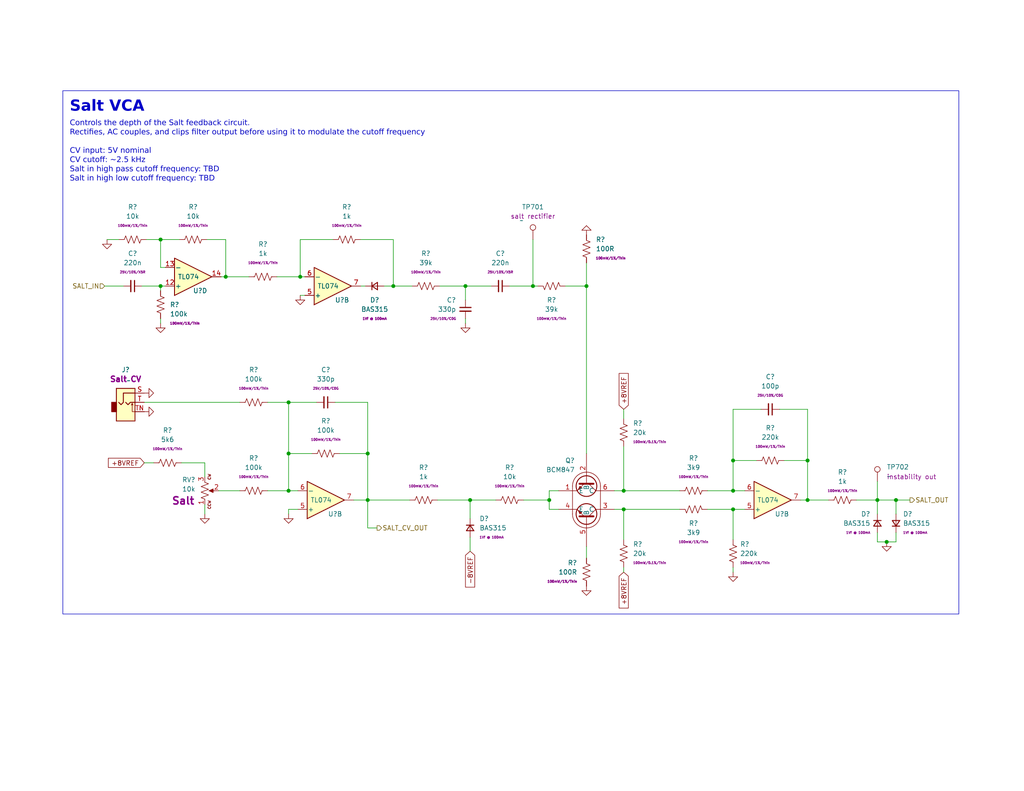
<source format=kicad_sch>
(kicad_sch (version 20230121) (generator eeschema)
  (paper "USLetter")
  (title_block (title "Neptune") (date "2023-11-09") (rev "v2") (company "Winterbloom") (comment 1 "Carson Walls") (comment 2 "CERN-OHL-P v2") (comment 3 "neptune.wntr.dev"))
  (lib_symbols
    (symbol "Connector:TestPoint" (pin_numbers hide) (pin_names (offset 0.762) hide)
      (property "Reference" "TP" (at 0 6.858 0))
      (property "Value" "TestPoint" (at 0 5.08 0))
      (symbol "TestPoint_0_1"
        (circle (center 0 3.302) (radius 0.762))
      )
      (symbol "TestPoint_1_1"
        (pin passive line (at 0 0 90) (length 2.54) (name "1") (number "1"))
      )
    )
    (symbol "Device:C_Small" (pin_numbers hide) (pin_names (offset 0.254) hide)
      (property "Reference" "C" (at 0.254 1.778 0))
      (property "Value" "C_Small" (at 0.254 -2.032 0))
      (symbol "C_Small_0_1"
        (polyline (pts (xy -1.524 -0.508) (xy 1.524 -0.508)) (stroke (width 0.3302)))
        (polyline (pts (xy -1.524 0.508) (xy 1.524 0.508)) (stroke (width 0.3048)))
      )
      (symbol "C_Small_1_1"
        (pin passive line (at 0 2.54 270) (length 2.032) (name "~") (number "1"))
        (pin passive line (at 0 -2.54 90) (length 2.032) (name "~") (number "2"))
      )
    )
    (symbol "Device:D_Small" (pin_numbers hide) (pin_names (offset 0.254) hide)
      (property "Reference" "D" (at -1.27 2.032 0))
      (property "Value" "D_Small" (at -3.81 -2.032 0))
      (symbol "D_Small_0_1"
        (polyline (pts (xy -0.762 -1.016) (xy -0.762 1.016)) (stroke (width 0.254)))
        (polyline (pts (xy -0.762 0) (xy 0.762 0)))
        (polyline (pts (xy 0.762 -1.016) (xy -0.762 0) (xy 0.762 1.016) (xy 0.762 -1.016)) (stroke (width 0.254)))
      )
      (symbol "D_Small_1_1"
        (pin passive line (at -2.54 0 0) (length 1.778) (name "K") (number "1"))
        (pin passive line (at 2.54 0 180) (length 1.778) (name "A") (number "2"))
      )
    )
    (symbol "Device:R_US" (pin_numbers hide) (pin_names (offset 0))
      (property "Reference" "R" (at 2.54 0 90))
      (property "Value" "R_US" (at -2.54 0 90))
      (symbol "R_US_0_1"
        (polyline (pts (xy 0 -2.286) (xy 0 -2.54)))
        (polyline (pts (xy 0 2.286) (xy 0 2.54)))
        (polyline (pts (xy 0 -0.762) (xy 1.016 -1.143) (xy 0 -1.524) (xy -1.016 -1.905) (xy 0 -2.286)))
        (polyline (pts (xy 0 0.762) (xy 1.016 0.381) (xy 0 0) (xy -1.016 -0.381) (xy 0 -0.762)))
        (polyline (pts (xy 0 2.286) (xy 1.016 1.905) (xy 0 1.524) (xy -1.016 1.143) (xy 0 0.762)))
      )
      (symbol "R_US_1_1"
        (pin passive line (at 0 3.81 270) (length 1.27) (name "~") (number "1"))
        (pin passive line (at 0 -3.81 90) (length 1.27) (name "~") (number "2"))
      )
    )
    (symbol "power:GND" (power) (pin_names (offset 0))
      (property "Value" "GND" (at 0 -3.81 0))
      (symbol "GND_0_1"
        (polyline (pts (xy 0 0) (xy 0 -1.27) (xy 1.27 -1.27) (xy 0 -2.54) (xy -1.27 -1.27) (xy 0 -1.27)))
      )
      (symbol "GND_1_1"
        (pin power_in line (at 0 0 270) (length 0) hide (name "GND") (number "1"))
      )
    )
    (symbol "winterbloom:BCM847"
      (property "Reference" "Q?" (at 3.81 7.62 0))
      (property "Value" "BCM847" (at 3.81 5.715 0))
      (symbol "BCM847_0_1"
        (arc (start -7.62 0) (mid -6.5036 -2.6936) (end -3.81 -3.81))
        (circle (center -3.81 0) (radius 2.8194) (stroke (width 0.254)))
        (arc (start -3.81 3.81) (mid -6.5033 2.6933) (end -7.62 0))
        (polyline (pts (xy -4.445 0.635) (xy -2.54 2.54)))
        (polyline (pts (xy 3.81 -3.81) (xy -3.81 -3.81)))
        (polyline (pts (xy 3.81 3.81) (xy -3.81 3.81)))
        (polyline (pts (xy 4.445 0.635) (xy 2.54 2.54)))
        (polyline (pts (xy -4.445 -0.635) (xy -2.54 -2.54) (xy -2.54 -2.54)))
        (polyline (pts (xy -4.445 1.905) (xy -4.445 -1.905) (xy -4.445 -1.905)) (stroke (width 0.508)))
        (polyline (pts (xy 4.445 -0.635) (xy 2.54 -2.54) (xy 2.54 -2.54)))
        (polyline (pts (xy 4.445 1.905) (xy 4.445 -1.905) (xy 4.445 -1.905)) (stroke (width 0.508)))
        (polyline (pts (xy -3.81 -1.778) (xy -3.302 -1.27) (xy -2.794 -2.286) (xy -3.81 -1.778) (xy -3.81 -1.778)) (fill (type outline)))
        (polyline (pts (xy 3.81 -1.778) (xy 3.302 -1.27) (xy 2.794 -2.286) (xy 3.81 -1.778) (xy 3.81 -1.778)) (fill (type outline)))
        (arc (start 3.81 -3.81) (mid 6.5037 -2.6937) (end 7.62 0))
        (circle (center 3.81 0) (radius 2.8194) (stroke (width 0.254)))
        (arc (start 7.62 0) (mid 6.5035 2.6935) (end 3.81 3.81))
      )
      (symbol "BCM847_1_1"
        (pin passive line (at -2.54 -7.62 90) (length 5) (name "E") (number "1"))
        (pin input line (at -12.7 0 0) (length 8) (name "B") (number "2"))
        (pin passive line (at 2.54 7.62 270) (length 5) (name "C") (number "3"))
        (pin passive line (at 2.54 -7.62 90) (length 5) (name "E") (number "4"))
        (pin input line (at 12.7 0 180) (length 8) (name "B") (number "5"))
        (pin passive line (at -2.54 7.62 270) (length 5) (name "C") (number "6"))
      )
    )
    (symbol "winterbloom:Eurorack_Mono_Jack" (pin_names hide)
      (property "Reference" "J" (at 3.302 -4.064 0))
      (property "Value" "Eurorack_Mono_Jack" (at 0 5.08 0))
      (symbol "Eurorack_Mono_Jack_0_1"
        (rectangle (start -2.54 -5.08) (end 2.54 3.81) (stroke (width 0.254)) (fill (type background)))
        (polyline (pts (xy -1.778 -1.016) (xy -2.032 -0.508)))
        (polyline (pts (xy -2.54 1.27) (xy -1.778 1.27) (xy -1.778 -1.016) (xy -1.524 -0.508)))
        (polyline (pts (xy 0 -1.27) (xy -0.635 -0.635) (xy -1.27 -1.27) (xy -2.54 -1.27)) (stroke (width 0.254)))
        (polyline (pts (xy -2.54 -3.81) (xy 0.635 -3.81) (xy 0.635 -1.27) (xy 1.27 -0.635) (xy 1.905 -1.27)) (stroke (width 0.254)))
        (rectangle (start 2.54 -1.27) (end 3.81 1.27) (stroke (width 0.254)) (fill (type outline)))
      )
      (symbol "Eurorack_Mono_Jack_1_1"
        (pin passive line (at -5.08 -3.81 0) (length 2.54) (name "Sleeve") (number "S"))
        (pin passive line (at -5.08 -1.27 0) (length 2.54) (name "Tip") (number "T"))
        (pin passive line (at -5.08 1.27 0) (length 2.54) (name "Tip_normalize") (number "TN"))
      )
    )
    (symbol "winterbloom:Eurorack_Pot" (pin_names (offset 1.016) hide)
      (property "Reference" "RV" (at 0 4.445 0))
      (property "Value" "Eurorack_Pot" (at 0 2.54 0))
      (symbol "Eurorack_Pot_0_0"
        (text "CCW" (at -3.81 -1.27 0) (effects (font (size 0.762 0.762))))
        (text "CW" (at 3.81 -1.27 0) (effects (font (size 0.762 0.762))))
      )
      (symbol "Eurorack_Pot_0_1"
        (polyline (pts (xy -2.286 0) (xy -2.54 0)))
        (polyline (pts (xy 0 -2.54) (xy 0 -1.524)))
        (polyline (pts (xy 2.54 0) (xy 2.286 0)))
        (polyline (pts (xy 0 -1.143) (xy 0.508 -2.286) (xy -0.508 -2.286) (xy 0 -1.143)) (fill (type outline)))
        (polyline (pts (xy -0.762 0) (xy -1.143 -1.016) (xy -1.524 0) (xy -1.905 1.016) (xy -2.286 0)))
        (polyline (pts (xy 0.762 0) (xy 0.381 -1.016) (xy 0 0) (xy -0.381 1.016) (xy -0.762 0)))
        (polyline (pts (xy 2.286 0) (xy 1.905 -1.016) (xy 1.524 0) (xy 1.143 1.016) (xy 0.762 0)))
      )
      (symbol "Eurorack_Pot_1_1"
        (pin passive line (at -3.81 0 0) (length 1.27) (name "1") (number "1"))
        (pin passive line (at 0 -3.81 90) (length 1.27) (name "2") (number "2"))
        (pin passive line (at 3.81 0 180) (length 1.27) (name "3") (number "3"))
      )
    )
    (symbol "winterbloom:TL074" (pin_names (offset 0.127))
      (property "Reference" "U" (at 0 3.81 0))
      (property "Value" "TL074" (at 0 -3.81 0))
      (symbol "TL074_1_1"
        (polyline (pts (xy -5.08 5.08) (xy 5.08 0) (xy -5.08 -5.08) (xy -5.08 5.08)) (stroke (width 0.254)) (fill (type background)))
        (pin output line (at 7.62 0 180) (length 2.54) (name "~") (number "1"))
        (pin input line (at -7.62 -2.54 0) (length 2.54) (name "-") (number "2"))
        (pin input line (at -7.62 2.54 0) (length 2.54) (name "+") (number "3"))
      )
      (symbol "TL074_2_1"
        (polyline (pts (xy -5.08 5.08) (xy 5.08 0) (xy -5.08 -5.08) (xy -5.08 5.08)) (stroke (width 0.254)) (fill (type background)))
        (pin input line (at -7.62 2.54 0) (length 2.54) (name "+") (number "5"))
        (pin input line (at -7.62 -2.54 0) (length 2.54) (name "-") (number "6"))
        (pin output line (at 7.62 0 180) (length 2.54) (name "~") (number "7"))
      )
      (symbol "TL074_3_1"
        (polyline (pts (xy -5.08 5.08) (xy 5.08 0) (xy -5.08 -5.08) (xy -5.08 5.08)) (stroke (width 0.254)) (fill (type background)))
        (pin input line (at -7.62 2.54 0) (length 2.54) (name "+") (number "10"))
        (pin output line (at 7.62 0 180) (length 2.54) (name "~") (number "8"))
        (pin input line (at -7.62 -2.54 0) (length 2.54) (name "-") (number "9"))
      )
      (symbol "TL074_4_1"
        (polyline (pts (xy -5.08 5.08) (xy 5.08 0) (xy -5.08 -5.08) (xy -5.08 5.08)) (stroke (width 0.254)) (fill (type background)))
        (pin input line (at -7.62 2.54 0) (length 2.54) (name "+") (number "12"))
        (pin input line (at -7.62 -2.54 0) (length 2.54) (name "-") (number "13"))
        (pin output line (at 7.62 0 180) (length 2.54) (name "~") (number "14"))
      )
      (symbol "TL074_5_1"
        (polyline (pts (xy -5.08 5.08) (xy 5.08 0) (xy -5.08 -5.08) (xy -5.08 5.08)) (stroke (width 0.254)) (fill (type background)))
        (pin power_in line (at -2.54 -7.62 90) (length 3.81) (name "V-") (number "11"))
        (pin power_in line (at -2.54 7.62 270) (length 3.81) (name "V+") (number "4"))
      )
    )
  )
  (junction (at 78.74 109.855))
  (junction (at 200.025 133.985))
  (junction (at 160.02 78.105))
  (junction (at 81.915 75.565))
  (junction (at 170.18 139.065))
  (junction (at 43.815 65.405))
  (junction (at 43.815 78.105))
  (junction (at 107.315 78.105))
  (junction (at 200.025 125.73))
  (junction (at 241.935 147.955))
  (junction (at 78.74 123.825))
  (junction (at 145.415 78.105))
  (junction (at 100.33 136.525))
  (junction (at 200.025 139.065))
  (junction (at 100.33 123.825))
  (junction (at 127 78.105))
  (junction (at 244.475 136.525))
  (junction (at 61.595 75.565))
  (junction (at 170.18 133.985))
  (junction (at 149.86 136.525))
  (junction (at 220.345 125.73))
  (junction (at 239.395 136.525))
  (junction (at 128.27 136.525))
  (junction (at 220.345 136.525))
  (junction (at 78.74 133.985))
  (wire (pts (xy 43.815 79.375) (xy 43.815 78.105)))
  (wire (pts (xy 244.475 136.525) (xy 248.285 136.525)))
  (wire (pts (xy 149.86 133.985) (xy 149.86 136.525)))
  (wire (pts (xy 139.065 78.105) (xy 145.415 78.105)))
  (wire (pts (xy 81.915 80.645) (xy 83.185 80.645)))
  (wire (pts (xy 28.575 78.105) (xy 33.655 78.105)))
  (wire (pts (xy 78.74 109.855) (xy 86.36 109.855)))
  (wire (pts (xy 218.44 136.525) (xy 220.345 136.525)))
  (wire (pts (xy 43.815 65.405) (xy 48.895 65.405)))
  (wire (pts (xy 160.02 152.4) (xy 160.02 149.225)))
  (wire (pts (xy 170.18 139.065) (xy 170.18 147.32)))
  (wire (pts (xy 142.875 136.525) (xy 149.86 136.525)))
  (wire (pts (xy 119.38 136.525) (xy 128.27 136.525)))
  (wire (pts (xy 128.27 146.685) (xy 128.27 150.495)))
  (wire (pts (xy 160.02 71.755) (xy 160.02 78.105)))
  (wire (pts (xy 98.425 65.405) (xy 107.315 65.405)))
  (wire (pts (xy 239.395 147.955) (xy 239.395 145.415)))
  (wire (pts (xy 170.18 154.94) (xy 170.18 156.21)))
  (wire (pts (xy 43.815 73.025) (xy 45.085 73.025)))
  (wire (pts (xy 43.815 78.105) (xy 45.085 78.105)))
  (wire (pts (xy 167.64 133.985) (xy 170.18 133.985)))
  (wire (pts (xy 170.18 133.985) (xy 185.42 133.985)))
  (wire (pts (xy 38.735 78.105) (xy 43.815 78.105)))
  (wire (pts (xy 98.425 78.105) (xy 99.695 78.105)))
  (wire (pts (xy 128.27 136.525) (xy 135.255 136.525)))
  (wire (pts (xy 73.025 109.855) (xy 78.74 109.855)))
  (wire (pts (xy 207.645 111.76) (xy 200.025 111.76)))
  (wire (pts (xy 49.53 126.365) (xy 55.88 126.365)))
  (wire (pts (xy 200.025 139.065) (xy 200.025 147.32)))
  (wire (pts (xy 100.33 123.825) (xy 92.71 123.825)))
  (wire (pts (xy 170.18 121.92) (xy 170.18 133.985)))
  (wire (pts (xy 154.305 78.105) (xy 160.02 78.105)))
  (wire (pts (xy 200.025 111.76) (xy 200.025 125.73)))
  (wire (pts (xy 107.315 78.105) (xy 104.775 78.105)))
  (wire (pts (xy 81.915 75.565) (xy 83.185 75.565)))
  (wire (pts (xy 78.74 133.985) (xy 81.28 133.985)))
  (wire (pts (xy 127 78.105) (xy 133.985 78.105)))
  (wire (pts (xy 107.315 65.405) (xy 107.315 78.105)))
  (wire (pts (xy 149.86 136.525) (xy 149.86 139.065)))
  (wire (pts (xy 193.04 133.985) (xy 200.025 133.985)))
  (wire (pts (xy 39.37 126.365) (xy 41.91 126.365)))
  (wire (pts (xy 100.33 109.855) (xy 100.33 123.825)))
  (wire (pts (xy 75.565 75.565) (xy 81.915 75.565)))
  (wire (pts (xy 145.415 65.405) (xy 145.415 78.105)))
  (wire (pts (xy 39.37 109.855) (xy 65.405 109.855)))
  (wire (pts (xy 61.595 75.565) (xy 67.945 75.565)))
  (wire (pts (xy 220.345 136.525) (xy 226.06 136.525)))
  (wire (pts (xy 239.395 136.525) (xy 244.475 136.525)))
  (wire (pts (xy 81.915 75.565) (xy 81.915 65.405)))
  (wire (pts (xy 213.995 125.73) (xy 220.345 125.73)))
  (wire (pts (xy 60.325 75.565) (xy 61.595 75.565)))
  (wire (pts (xy 43.815 65.405) (xy 43.815 73.025)))
  (wire (pts (xy 56.515 65.405) (xy 61.595 65.405)))
  (wire (pts (xy 55.88 126.365) (xy 55.88 130.175)))
  (wire (pts (xy 149.86 133.985) (xy 152.4 133.985)))
  (wire (pts (xy 167.64 139.065) (xy 170.18 139.065)))
  (wire (pts (xy 127 86.995) (xy 127 88.265)))
  (wire (pts (xy 43.815 86.995) (xy 43.815 88.265)))
  (wire (pts (xy 241.935 147.955) (xy 239.395 147.955)))
  (wire (pts (xy 212.725 111.76) (xy 220.345 111.76)))
  (wire (pts (xy 241.935 147.955) (xy 244.475 147.955)))
  (wire (pts (xy 200.025 125.73) (xy 206.375 125.73)))
  (wire (pts (xy 149.86 139.065) (xy 152.4 139.065)))
  (wire (pts (xy 107.315 78.105) (xy 112.395 78.105)))
  (wire (pts (xy 127 78.105) (xy 127 81.915)))
  (wire (pts (xy 100.33 136.525) (xy 100.33 123.825)))
  (wire (pts (xy 239.395 136.525) (xy 239.395 140.335)))
  (wire (pts (xy 128.27 136.525) (xy 128.27 141.605)))
  (wire (pts (xy 100.33 136.525) (xy 111.76 136.525)))
  (wire (pts (xy 170.18 139.065) (xy 185.42 139.065)))
  (wire (pts (xy 81.915 65.405) (xy 90.805 65.405)))
  (wire (pts (xy 220.345 111.76) (xy 220.345 125.73)))
  (wire (pts (xy 220.345 125.73) (xy 220.345 136.525)))
  (wire (pts (xy 146.685 78.105) (xy 145.415 78.105)))
  (wire (pts (xy 120.015 78.105) (xy 127 78.105)))
  (wire (pts (xy 29.21 65.405) (xy 32.385 65.405)))
  (wire (pts (xy 55.88 137.795) (xy 55.88 140.335)))
  (wire (pts (xy 200.025 154.94) (xy 200.025 156.21)))
  (wire (pts (xy 59.69 133.985) (xy 65.405 133.985)))
  (wire (pts (xy 233.68 136.525) (xy 239.395 136.525)))
  (wire (pts (xy 100.33 144.145) (xy 100.33 136.525)))
  (wire (pts (xy 78.74 123.825) (xy 85.09 123.825)))
  (wire (pts (xy 102.87 144.145) (xy 100.33 144.145)))
  (wire (pts (xy 73.025 133.985) (xy 78.74 133.985)))
  (wire (pts (xy 100.33 109.855) (xy 91.44 109.855)))
  (wire (pts (xy 200.025 133.985) (xy 203.2 133.985)))
  (wire (pts (xy 244.475 147.955) (xy 244.475 145.415)))
  (wire (pts (xy 78.74 139.065) (xy 81.28 139.065)))
  (wire (pts (xy 244.475 140.335) (xy 244.475 136.525)))
  (wire (pts (xy 40.005 65.405) (xy 43.815 65.405)))
  (wire (pts (xy 78.74 109.855) (xy 78.74 123.825)))
  (wire (pts (xy 78.74 139.065) (xy 78.74 140.335)))
  (wire (pts (xy 96.52 136.525) (xy 100.33 136.525)))
  (wire (pts (xy 78.74 123.825) (xy 78.74 133.985)))
  (wire (pts (xy 160.02 78.105) (xy 160.02 123.825)))
  (wire (pts (xy 170.18 111.76) (xy 170.18 114.3)))
  (wire (pts (xy 200.025 125.73) (xy 200.025 133.985)))
  (wire (pts (xy 239.395 131.445) (xy 239.395 136.525)))
  (wire (pts (xy 200.025 139.065) (xy 203.2 139.065)))
  (wire (pts (xy 193.04 139.065) (xy 200.025 139.065)))
  (wire (pts (xy 61.595 75.565) (xy 61.595 65.405)))
  (rectangle (start 17.145 24.765) (end 261.62 167.64))
  (text "Salt VCA" (at 19.05 31.75 0) (effects (font (size 3 3) (thickness 0.508) bold) (justify left bottom)))
  (text "Controls the depth of the Salt feedback circuit.\nRectifies, AC couples, and clips filter output before using it to modulate the cutoff frequency\n\nCV input: 5V nominal\nCV cutoff: ~2.5 kHz\nSalt in high pass cutoff frequency: TBD\nSalt in high low cutoff frequency: TBD\n" (at 19.05 50.165 0) (effects (font (size 1.5 1.5)) (justify left bottom)))
  (global_label "-8VREF" (shape input) (at 128.27 150.495 270) (property "Intersheetrefs" "${INTERSHEET_REFS}" (effects hide)))
  (global_label "+8VREF" (shape input) (at 39.37 126.365 180) (property "Intersheetrefs" "${INTERSHEET_REFS}" (effects hide)))
  (global_label "+8VREF" (shape input) (at 170.18 111.76 90) (property "Intersheetrefs" "${INTERSHEET_REFS}" (effects hide)))
  (global_label "+8VREF" (shape input) (at 170.18 156.21 270) (property "Intersheetrefs" "${INTERSHEET_REFS}" (effects hide)))
  (hierarchical_label "SALT_IN" (shape input) (at 28.575 78.105 180))
  (hierarchical_label "SALT_CV_OUT" (shape output) (at 102.87 144.145 0))
  (hierarchical_label "SALT_OUT" (shape output) (at 248.285 136.525 0))
  (symbol (lib_id "Device:C_Small") (at 36.195 78.105 270) (unit 1)
    (property "Reference" "C?" (at 36.1886 69.215 90))
    (property "Value" "220n" (at 36.1886 71.755 90))
    (property "Footprint" "winterbloom:C_0603_HandSolder" (effects hide))
    (property "Rating" "25V/10%/X5R" (at 36.1886 74.295 90) (effects (font (size 0.64 0.64))))
    (property "DigiKey" "1276-1876-1-ND" (effects hide))
    (property "LCSC" "C307462" (effects hide))
    (property "MPN" "CL10A224KB8NNNC" (effects hide))
    (property "Substitutes Allowed" "Yes" (effects hide))
    (instances (project "board" (path "" (reference "C?") (unit 1))) (project "mainboard" (path "" (reference "C?") (unit 1)) (path "" (reference "C?") (unit 1)) (path "" (reference "C?") (unit 1)) (path "" (reference "C701") (unit 1))))
  )
  (symbol (lib_id "winterbloom:TL074") (at 210.82 136.525 0) (mirror x) (unit 2)
    (property "Reference" "U?" (at 213.36 140.335 0))
    (property "Value" "TL074" (at 209.55 136.525 0))
    (property "Footprint" "Package_SO:TSSOP-14_4.4x5mm_P0.65mm" (effects hide))
    (property "Datasheet" "https://www.ti.com/lit/ds/symlink/tl071.pdf" (effects hide))
    (property "MPN" "TL074CPWR" (effects hide))
    (property "DigiKey" "296-7198-1-ND" (effects hide))
    (property "LCSC" "C96507" (effects hide))
    (property "Substitutes Allowed" "No" (effects hide))
    (instances (project "mainboard" (path "" (reference "U?") (unit 2)) (path "" (reference "U?") (unit 3))) (project "mainboard" (path "" (reference "U?") (unit 2)) (path "" (reference "U?") (unit 2)) (path "" (reference "U5") (unit 2))))
  )
  (symbol (lib_id "Device:C_Small") (at 88.9 109.855 270) (unit 1)
    (property "Reference" "C?" (at 88.8936 100.965 90))
    (property "Value" "330p" (at 88.8936 103.505 90))
    (property "Footprint" "winterbloom:C_0603_HandSolder" (effects hide))
    (property "Rating" "25V/10%/C0G" (at 88.8936 106.045 90) (effects (font (size 0.64 0.64))))
    (property "DigiKey" "1276-1073-1-ND" (effects hide))
    (property "LCSC" "C1664" (effects hide))
    (property "MPN" "CL10C331JB8NNNC" (effects hide))
    (property "Substitutes Allowed" "Yes" (effects hide))
    (instances (project "board" (path "" (reference "C?") (unit 1))) (project "mainboard" (path "" (reference "C?") (unit 1)) (path "" (reference "C?") (unit 1)) (path "" (reference "C?") (unit 1)) (path "" (reference "C704") (unit 1))))
  )
  (symbol (lib_id "power:GND") (at 78.74 140.335 0) (unit 1)
    (property "Reference" "#PWR?" (effects hide))
    (property "Value" "GND" (effects hide))
    (instances (project "board" (path "" (reference "#PWR?") (unit 1))) (project "mainboard" (path "" (reference "#PWR?") (unit 1)) (path "" (reference "#PWR?") (unit 1)) (path "" (reference "#PWR01") (unit 1))))
  )
  (symbol (lib_id "Device:R_US") (at 36.195 65.405 270) (unit 1)
    (property "Reference" "R?" (at 36.195 56.515 90))
    (property "Value" "10k" (at 36.195 59.055 90))
    (property "Footprint" "winterbloom:R_0603_HandSolder" (effects hide))
    (property "Rating" "100mW/1%/Thin" (at 36.195 61.595 90) (effects (font (size 0.64 0.64))))
    (property "DigiKey" "YAG2321CT-ND" (effects hide))
    (property "LCSC" "C469659" (effects hide))
    (property "Substitutes Allowed" "Yes" (effects hide))
    (property "MPN" "RT0603FRE0710KL" (effects hide))
    (instances (project "board" (path "" (reference "R?") (unit 1))) (project "mainboard" (path "" (reference "R?") (unit 1)) (path "" (reference "R?") (unit 1)) (path "" (reference "R?") (unit 1)) (path "" (reference "R701") (unit 1))))
  )
  (symbol (lib_id "power:GND") (at 55.88 140.335 0) (unit 1)
    (property "Reference" "#PWR?" (effects hide))
    (property "Value" "GND" (effects hide))
    (instances (project "board" (path "" (reference "#PWR?") (unit 1))) (project "mainboard" (path "" (reference "#PWR?") (unit 1)) (path "" (reference "#PWR?") (unit 1)) (path "" (reference "#PWR0705") (unit 1))))
  )
  (symbol (lib_id "Device:R_US") (at 170.18 118.11 180) (unit 1)
    (property "Reference" "R?" (at 172.72 115.57 0) (effects (justify right)))
    (property "Value" "20k" (at 172.72 118.11 0) (effects (justify right)))
    (property "Footprint" "winterbloom:R_0603_HandSolder" (effects hide))
    (property "Rating" "100mW/0.1%/Thin" (at 172.72 120.65 0) (effects (font (size 0.64 0.64)) (justify right)))
    (property "DigiKey" "YAG1582CT-ND" (effects hide))
    (property "LCSC" "C723637" (effects hide))
    (property "Substitutes Allowed" "Ask" (effects hide))
    (property "MPN" "RT0603BRD0720KL" (effects hide))
    (instances (project "board" (path "" (reference "R?") (unit 1))) (project "mainboard" (path "" (reference "R?") (unit 1)) (path "" (reference "R?") (unit 1)) (path "" (reference "R?") (unit 1)) (path "" (reference "R716") (unit 1))))
  )
  (symbol (lib_id "Connector:TestPoint") (at 145.415 65.405 0) (unit 1)
    (property "Reference" "TP701" (at 145.415 56.515 0))
    (property "Value" "~" (at 142.875 60.198 0) (effects (justify right)))
    (property "Footprint" "TestPoint:TestPoint_Pad_D1.5mm" (effects hide))
    (property "Name" "salt rectifier" (at 145.415 59.055 0))
  )
  (symbol (lib_id "winterbloom:Eurorack_Pot") (at 55.88 133.985 90) (unit 1)
    (property "Reference" "RV?" (at 53.34 131.0004 90) (effects (justify left)))
    (property "Value" "10k" (at 53.34 133.5404 90) (effects (justify left)))
    (property "Footprint" "winterbloom:Potentiometer_Alpha_R0904N_LongPads" (effects hide))
    (property "Datasheet" "https://www.thonk.co.uk/wp-content/uploads/Documents/alpha/9mm/Alpha%209mm%20Vertical%20-%20Linear%20Taper%20B1K-B500K.pdf" (effects hide))
    (property "MPN" "https://www.thonk.co.uk/shop/alpha-9mm-pots/" (effects hide))
    (property "Notes" "6.35 mm round shaft, 15 mm height" (effects hide))
    (property "Rating" "B10k" (effects hide))
    (property "Name" "Salt" (at 53.34 136.7154 90) (effects (font (size 2 2) bold) (justify left)))
    (instances (project "mainboard" (path "" (reference "RV?") (unit 1))) (project "mainboard" (path "" (reference "RV?") (unit 1)) (path "" (reference "RV?") (unit 1)) (path "" (reference "RV?") (unit 1)) (path "" (reference "RV701") (unit 1))))
  )
  (symbol (lib_id "Device:R_US") (at 160.02 156.21 180) (unit 1)
    (property "Reference" "R?" (at 157.48 153.67 0) (effects (justify left)))
    (property "Value" "100R" (at 157.48 156.21 0) (effects (justify left)))
    (property "Footprint" "winterbloom:R_0603_HandSolder" (effects hide))
    (property "Rating" "100mW/1%/Thin" (at 157.48 158.75 0) (effects (font (size 0.64 0.64)) (justify left)))
    (property "DigiKey" "YAG1497CT-ND" (effects hide))
    (property "LCSC" "C122970" (effects hide))
    (property "Substitutes Allowed" "Ask" (effects hide))
    (property "MPN" "RT0603BRD07100RL" (effects hide))
    (instances (project "board" (path "" (reference "R?") (unit 1))) (project "mainboard" (path "" (reference "R?") (unit 1)) (path "" (reference "R?") (unit 1)) (path "" (reference "R?") (unit 1)) (path "" (reference "R715") (unit 1))))
  )
  (symbol (lib_id "power:GND") (at 160.02 64.135 180) (unit 1)
    (property "Reference" "#PWR?" (effects hide))
    (property "Value" "GND" (effects hide))
    (instances (project "board" (path "" (reference "#PWR?") (unit 1))) (project "mainboard" (path "" (reference "#PWR?") (unit 1)) (path "" (reference "#PWR?") (unit 1)) (path "" (reference "#PWR0709") (unit 1))))
  )
  (symbol (lib_id "winterbloom:BCM847") (at 160.02 136.525 270) (unit 1)
    (property "Reference" "Q?" (at 156.845 125.73 90) (effects (justify right)))
    (property "Value" "BCM847" (at 156.845 128.27 90) (effects (justify right)))
    (property "Footprint" "Package_TO_SOT_SMD:SOT-363_SC-70-6" (effects hide))
    (property "Datasheet" "https://assets.nexperia.com/documents/data-sheet/BCM847BS.pdf" (effects hide))
    (property "MPN" "BCM847BS,115" (effects hide))
    (property "DigiKey" "1727-5456-1-ND" (effects hide))
    (property "LCSC" " C396099" (effects hide))
    (property "Substitutes Allowed" "No" (effects hide))
    (instances (project "mainboard" (path "" (reference "Q?") (unit 1)) (path "" (reference "Q?") (unit 1)) (path "" (reference "Q701") (unit 1))) (project "Diode_Ladder_Filter_V0.5" (path "" (reference "Q?") (unit 1))))
  )
  (symbol (lib_id "Device:C_Small") (at 210.185 111.76 270) (unit 1)
    (property "Reference" "C?" (at 210.1786 102.87 90))
    (property "Value" "100p" (at 210.1786 105.41 90))
    (property "Footprint" "winterbloom:C_0603_HandSolder" (effects hide))
    (property "Rating" "25V/10%/C0G" (at 210.1786 107.95 90) (effects (font (size 0.64 0.64))))
    (property "DigiKey" "1276-1008-1-ND" (effects hide))
    (property "LCSC" "C14858" (effects hide))
    (property "Substitutes Allowed" "Yes" (effects hide))
    (property "MPN" "CL10C101JB8NNNC" (effects hide))
    (instances (project "board" (path "" (reference "C?") (unit 1))) (project "mainboard" (path "" (reference "C?") (unit 1)) (path "" (reference "C?") (unit 1)) (path "" (reference "C?") (unit 1)) (path "" (reference "C705") (unit 1))))
  )
  (symbol (lib_id "Device:R_US") (at 160.02 67.945 180) (unit 1)
    (property "Reference" "R?" (at 162.56 65.405 0) (effects (justify right)))
    (property "Value" "100R" (at 162.56 67.945 0) (effects (justify right)))
    (property "Footprint" "winterbloom:R_0603_HandSolder" (effects hide))
    (property "Rating" "100mW/1%/Thin" (at 162.56 70.485 0) (effects (font (size 0.64 0.64)) (justify right)))
    (property "DigiKey" "YAG1497CT-ND" (effects hide))
    (property "LCSC" "C122970" (effects hide))
    (property "Substitutes Allowed" "Ask" (effects hide))
    (property "MPN" "RT0603BRD07100RL" (effects hide))
    (instances (project "board" (path "" (reference "R?") (unit 1))) (project "mainboard" (path "" (reference "R?") (unit 1)) (path "" (reference "R?") (unit 1)) (path "" (reference "R?") (unit 1)) (path "" (reference "R708") (unit 1))))
  )
  (symbol (lib_id "winterbloom:Eurorack_Mono_Jack") (at 34.29 111.125 180) (unit 1)
    (property "Reference" "J?" (at 34.29 100.965 0))
    (property "Value" "~" (at 35.1028 103.9114 0))
    (property "Footprint" "winterbloom:AudioJack_WQP518MA_Compact_S_LongPads" (effects hide))
    (property "Datasheet" "http://www.qingpu-electronics.com/en/products/WQP-PJ398SM-362.html" (effects hide))
    (property "MPN" "WQP-WQP518MA" (effects hide))
    (property "Name" "Salt CV" (at 34.29 103.505 0) (effects (font (size 1.5 1.5) bold)))
    (instances (project "board" (path "" (reference "J?") (unit 1))) (project "mainboard" (path "" (reference "J?") (unit 1)) (path "" (reference "J?") (unit 1)) (path "" (reference "J701") (unit 1))))
  )
  (symbol (lib_id "Device:R_US") (at 189.23 139.065 270) (mirror x) (unit 1)
    (property "Reference" "R?" (at 189.23 142.875 90))
    (property "Value" "3k9" (at 189.23 145.415 90))
    (property "Footprint" "winterbloom:R_0603_HandSolder" (effects hide))
    (property "Rating" "100mW/1%/Thin" (at 189.23 147.955 90) (effects (font (size 0.64 0.64))))
    (property "DigiKey" "YAG5961CT-ND" (effects hide))
    (property "LCSC" "C863790" (effects hide))
    (property "Substitutes Allowed" "Yes" (effects hide))
    (property "MPN" "RT0603FRE073K9L" (effects hide))
    (instances (project "board" (path "" (reference "R?") (unit 1))) (project "mainboard" (path "" (reference "R?") (unit 1)) (path "" (reference "R?") (unit 1)) (path "" (reference "R?") (unit 1)) (path "" (reference "R719") (unit 1))))
  )
  (symbol (lib_id "Device:D_Small") (at 244.475 142.875 90) (unit 1)
    (property "Reference" "D?" (at 246.38 140.335 90) (effects (justify right)))
    (property "Value" "BAS315" (at 246.38 142.875 90) (effects (justify right)))
    (property "Footprint" "winterbloom:D_SOD-323" (effects hide))
    (property "MPN" "BAS316,115" (effects hide))
    (property "Rating" "1Vf @ 100mA" (at 246.38 145.415 90) (effects (font (size 0.64 0.64)) (justify right)))
    (property "Notes" "Clipping diode" (effects hide))
    (property "DigiKey" "1727-4309-2-ND" (effects hide))
    (property "LCSC" "C109218" (effects hide))
    (property "Substitutes Allowed" "No" (effects hide))
    (instances (project "mainboard" (path "" (reference "D?") (unit 1)) (path "" (reference "D?") (unit 1)) (path "" (reference "D?") (unit 1)) (path "" (reference "D704") (unit 1))) (project "Diode_Ladder_Filter_V0.5" (path "" (reference "D?") (unit 1))))
  )
  (symbol (lib_id "Device:R_US") (at 69.215 109.855 270) (unit 1)
    (property "Reference" "R?" (at 69.215 100.965 90))
    (property "Value" "100k" (at 69.215 103.505 90))
    (property "Footprint" "winterbloom:R_0603_HandSolder" (effects hide))
    (property "Rating" "100mW/1%/Thin" (at 69.215 106.045 90) (effects (font (size 0.64 0.64))))
    (property "DigiKey" "13-RT0603FRE13100KLTR-ND" (effects hide))
    (property "LCSC" "C4107493" (effects hide))
    (property "Substitutes Allowed" "Yes" (effects hide))
    (property "MPN" "RT0603FRE13100KL" (effects hide))
    (instances (project "board" (path "" (reference "R?") (unit 1))) (project "mainboard" (path "" (reference "R?") (unit 1)) (path "" (reference "R?") (unit 1)) (path "" (reference "R?") (unit 1)) (path "" (reference "R710") (unit 1))))
  )
  (symbol (lib_id "power:GND") (at 29.21 65.405 0) (unit 1)
    (property "Reference" "#PWR?" (effects hide))
    (property "Value" "GND" (effects hide))
    (instances (project "board" (path "" (reference "#PWR?") (unit 1))) (project "mainboard" (path "" (reference "#PWR?") (unit 1)) (path "" (reference "#PWR?") (unit 1)) (path "" (reference "#PWR0703") (unit 1))))
  )
  (symbol (lib_id "Device:D_Small") (at 239.395 142.875 90) (mirror x) (unit 1)
    (property "Reference" "D?" (at 237.49 140.335 90) (effects (justify left)))
    (property "Value" "BAS315" (at 237.49 142.875 90) (effects (justify left)))
    (property "Footprint" "winterbloom:D_SOD-323" (effects hide))
    (property "MPN" "BAS316,115" (effects hide))
    (property "Rating" "1Vf @ 100mA" (at 237.49 145.415 90) (effects (font (size 0.64 0.64)) (justify left)))
    (property "Notes" "Clipping diode" (effects hide))
    (property "DigiKey" "1727-4309-2-ND" (effects hide))
    (property "LCSC" "C109218" (effects hide))
    (property "Substitutes Allowed" "No" (effects hide))
    (instances (project "mainboard" (path "" (reference "D?") (unit 1)) (path "" (reference "D?") (unit 1)) (path "" (reference "D?") (unit 1)) (path "" (reference "D703") (unit 1))) (project "Diode_Ladder_Filter_V0.5" (path "" (reference "D?") (unit 1))))
  )
  (symbol (lib_id "Device:R_US") (at 170.18 151.13 180) (unit 1)
    (property "Reference" "R?" (at 172.72 148.59 0) (effects (justify right)))
    (property "Value" "20k" (at 172.72 151.13 0) (effects (justify right)))
    (property "Footprint" "winterbloom:R_0603_HandSolder" (effects hide))
    (property "Rating" "100mW/0.1%/Thin" (at 172.72 153.67 0) (effects (font (size 0.64 0.64)) (justify right)))
    (property "DigiKey" "YAG1582CT-ND" (effects hide))
    (property "LCSC" "C723637" (effects hide))
    (property "Substitutes Allowed" "Ask" (effects hide))
    (property "MPN" "RT0603BRD0720KL" (effects hide))
    (instances (project "board" (path "" (reference "R?") (unit 1))) (project "mainboard" (path "" (reference "R?") (unit 1)) (path "" (reference "R?") (unit 1)) (path "" (reference "R?") (unit 1)) (path "" (reference "R717") (unit 1))))
  )
  (symbol (lib_id "winterbloom:TL074") (at 90.805 78.105 0) (mirror x) (unit 2)
    (property "Reference" "U?" (at 93.345 81.915 0))
    (property "Value" "TL074" (at 89.535 78.105 0))
    (property "Footprint" "Package_SO:TSSOP-14_4.4x5mm_P0.65mm" (effects hide))
    (property "Datasheet" "https://www.ti.com/lit/ds/symlink/tl071.pdf" (effects hide))
    (property "MPN" "TL074CPWR" (effects hide))
    (property "DigiKey" "296-7198-1-ND" (effects hide))
    (property "LCSC" "C96507" (effects hide))
    (property "Substitutes Allowed" "No" (effects hide))
    (instances (project "mainboard" (path "" (reference "U?") (unit 2)) (path "" (reference "U?") (unit 3))) (project "mainboard" (path "" (reference "U?") (unit 2)) (path "" (reference "U?") (unit 2)) (path "" (reference "U5") (unit 3))))
  )
  (symbol (lib_id "Device:R_US") (at 52.705 65.405 270) (unit 1)
    (property "Reference" "R?" (at 52.705 56.515 90))
    (property "Value" "10k" (at 52.705 59.055 90))
    (property "Footprint" "winterbloom:R_0603_HandSolder" (effects hide))
    (property "Rating" "100mW/1%/Thin" (at 52.705 61.595 90) (effects (font (size 0.64 0.64))))
    (property "DigiKey" "YAG2321CT-ND" (effects hide))
    (property "LCSC" "C469659" (effects hide))
    (property "Substitutes Allowed" "Yes" (effects hide))
    (property "MPN" "RT0603FRE0710KL" (effects hide))
    (instances (project "board" (path "" (reference "R?") (unit 1))) (project "mainboard" (path "" (reference "R?") (unit 1)) (path "" (reference "R?") (unit 1)) (path "" (reference "R?") (unit 1)) (path "" (reference "R703") (unit 1))))
  )
  (symbol (lib_id "Device:D_Small") (at 128.27 144.145 90) (mirror x) (unit 1)
    (property "Reference" "D?" (at 130.81 141.605 90) (effects (justify right)))
    (property "Value" "BAS315" (at 130.81 144.145 90) (effects (justify right)))
    (property "Footprint" "winterbloom:D_SOD-323" (effects hide))
    (property "MPN" "BAS316,115" (effects hide))
    (property "Rating" "1Vf @ 100mA" (at 130.81 146.685 90) (effects (font (size 0.64 0.64)) (justify right)))
    (property "Notes" "Clipping diode" (effects hide))
    (property "DigiKey" "1727-4309-2-ND" (effects hide))
    (property "LCSC" "C109218" (effects hide))
    (property "Substitutes Allowed" "No" (effects hide))
    (instances (project "mainboard" (path "" (reference "D?") (unit 1)) (path "" (reference "D?") (unit 1)) (path "" (reference "D?") (unit 1)) (path "" (reference "D702") (unit 1))) (project "Diode_Ladder_Filter_V0.5" (path "" (reference "D?") (unit 1))))
  )
  (symbol (lib_id "power:GND") (at 241.935 147.955 0) (unit 1)
    (property "Reference" "#PWR?" (effects hide))
    (property "Value" "GND" (effects hide))
    (instances (project "board" (path "" (reference "#PWR?") (unit 1))) (project "mainboard" (path "" (reference "#PWR?") (unit 1)) (path "" (reference "#PWR?") (unit 1)) (path "" (reference "#PWR0712") (unit 1))))
  )
  (symbol (lib_id "power:GND") (at 200.025 156.21 0) (unit 1)
    (property "Reference" "#PWR?" (effects hide))
    (property "Value" "GND" (effects hide))
    (instances (project "board" (path "" (reference "#PWR?") (unit 1))) (project "mainboard" (path "" (reference "#PWR?") (unit 1)) (path "" (reference "#PWR?") (unit 1)) (path "" (reference "#PWR0711") (unit 1))))
  )
  (symbol (lib_id "Device:R_US") (at 229.87 136.525 270) (unit 1)
    (property "Reference" "R?" (at 229.87 128.905 90))
    (property "Value" "1k" (at 229.87 131.445 90))
    (property "Footprint" "winterbloom:R_0603_HandSolder" (effects hide))
    (property "Rating" "100mW/1%/Thin" (at 229.87 133.985 90) (effects (font (size 0.64 0.64))))
    (property "DigiKey" "YAG2323TR-ND" (effects hide))
    (property "LCSC" "C375503" (effects hide))
    (property "Substitutes Allowed" "Yes" (effects hide))
    (property "MPN" "RT0603FRE071KL" (effects hide))
    (instances (project "board" (path "" (reference "R?") (unit 1))) (project "mainboard" (path "" (reference "R?") (unit 1)) (path "" (reference "R?") (unit 1)) (path "" (reference "R?") (unit 1)) (path "" (reference "R722") (unit 1))))
  )
  (symbol (lib_id "power:GND") (at 127 88.265 0) (unit 1)
    (property "Reference" "#PWR?" (effects hide))
    (property "Value" "GND" (effects hide))
    (instances (project "board" (path "" (reference "#PWR?") (unit 1))) (project "mainboard" (path "" (reference "#PWR?") (unit 1)) (path "" (reference "#PWR?") (unit 1)) (path "" (reference "#PWR0708") (unit 1))))
  )
  (symbol (lib_id "power:GND") (at 160.02 160.02 0) (unit 1)
    (property "Reference" "#PWR?" (effects hide))
    (property "Value" "GND" (effects hide))
    (instances (project "board" (path "" (reference "#PWR?") (unit 1))) (project "mainboard" (path "" (reference "#PWR?") (unit 1)) (path "" (reference "#PWR?") (unit 1)) (path "" (reference "#PWR0710") (unit 1))))
  )
  (symbol (lib_id "Device:R_US") (at 115.57 136.525 270) (unit 1)
    (property "Reference" "R?" (at 115.57 127.635 90))
    (property "Value" "1k" (at 115.57 130.175 90))
    (property "Footprint" "winterbloom:R_0603_HandSolder" (effects hide))
    (property "Rating" "100mW/1%/Thin" (at 115.57 132.715 90) (effects (font (size 0.64 0.64))))
    (property "DigiKey" "YAG2323TR-ND" (effects hide))
    (property "LCSC" "C375503" (effects hide))
    (property "Substitutes Allowed" "Yes" (effects hide))
    (property "MPN" "RT0603FRE071KL" (effects hide))
    (instances (project "board" (path "" (reference "R?") (unit 1))) (project "mainboard" (path "" (reference "R?") (unit 1)) (path "" (reference "R?") (unit 1)) (path "" (reference "R?") (unit 1)) (path "" (reference "R713") (unit 1))))
  )
  (symbol (lib_id "Device:C_Small") (at 127 84.455 0) (unit 1)
    (property "Reference" "C?" (at 124.46 81.9213 0) (effects (justify right)))
    (property "Value" "330p" (at 124.46 84.4613 0) (effects (justify right)))
    (property "Footprint" "winterbloom:C_0603_HandSolder" (effects hide))
    (property "Rating" "25V/10%/C0G" (at 124.46 87.0013 0) (effects (font (size 0.64 0.64)) (justify right)))
    (property "DigiKey" "1276-1073-1-ND" (effects hide))
    (property "LCSC" "C1664" (effects hide))
    (property "MPN" "CL10C331JB8NNNC" (effects hide))
    (property "Substitutes Allowed" "Yes" (effects hide))
    (instances (project "board" (path "" (reference "C?") (unit 1))) (project "mainboard" (path "" (reference "C?") (unit 1)) (path "" (reference "C?") (unit 1)) (path "" (reference "C?") (unit 1)) (path "" (reference "C702") (unit 1))))
  )
  (symbol (lib_id "power:GND") (at 43.815 88.265 0) (unit 1)
    (property "Reference" "#PWR?" (effects hide))
    (property "Value" "GND" (effects hide))
    (instances (project "board" (path "" (reference "#PWR?") (unit 1))) (project "mainboard" (path "" (reference "#PWR?") (unit 1)) (path "" (reference "#PWR?") (unit 1)) (path "" (reference "#PWR0704") (unit 1))))
  )
  (symbol (lib_id "power:GND") (at 39.37 107.315 90) (unit 1)
    (property "Reference" "#PWR?" (effects hide))
    (property "Value" "GND" (effects hide))
    (instances (project "board" (path "" (reference "#PWR?") (unit 1))) (project "mainboard" (path "" (reference "#PWR?") (unit 1)) (path "" (reference "#PWR?") (unit 1)) (path "" (reference "#PWR0701") (unit 1))))
  )
  (symbol (lib_id "Device:R_US") (at 116.205 78.105 270) (unit 1)
    (property "Reference" "R?" (at 116.205 69.215 90))
    (property "Value" "39k" (at 116.205 71.755 90))
    (property "Footprint" "winterbloom:R_0603_HandSolder" (effects hide))
    (property "Rating" "100mW/1%/Thin" (at 116.205 74.295 90) (effects (font (size 0.64 0.64))))
    (property "DigiKey" "13-RT0603FRE0739KLCT-ND" (effects hide))
    (property "LCSC" "C706166" (effects hide))
    (property "Substitutes Allowed" "Yes" (effects hide))
    (property "MPN" "RT0603FRE0739KL" (effects hide))
    (instances (project "board" (path "" (reference "R?") (unit 1))) (project "mainboard" (path "" (reference "R?") (unit 1)) (path "" (reference "R?") (unit 1)) (path "" (reference "R?") (unit 1)) (path "" (reference "R706") (unit 1))))
  )
  (symbol (lib_id "winterbloom:TL074") (at 88.9 136.525 0) (mirror x) (unit 2)
    (property "Reference" "U?" (at 91.44 140.335 0))
    (property "Value" "TL074" (at 87.63 136.525 0))
    (property "Footprint" "Package_SO:TSSOP-14_4.4x5mm_P0.65mm" (effects hide))
    (property "Datasheet" "https://www.ti.com/lit/ds/symlink/tl071.pdf" (effects hide))
    (property "MPN" "TL074CPWR" (effects hide))
    (property "DigiKey" "296-7198-1-ND" (effects hide))
    (property "LCSC" "C96507" (effects hide))
    (property "Substitutes Allowed" "No" (effects hide))
    (instances (project "mainboard" (path "" (reference "U?") (unit 2)) (path "" (reference "U?") (unit 3))) (project "mainboard" (path "" (reference "U?") (unit 2)) (path "" (reference "U?") (unit 2)) (path "" (reference "U5") (unit 1))))
  )
  (symbol (lib_id "Device:R_US") (at 45.72 126.365 270) (unit 1)
    (property "Reference" "R?" (at 45.72 117.475 90))
    (property "Value" "5k6" (at 45.72 120.015 90))
    (property "Footprint" "winterbloom:R_0603_HandSolder" (effects hide))
    (property "Rating" "100mW/1%/Thin" (at 45.72 122.555 90) (effects (font (size 0.64 0.64))))
    (property "DigiKey" "13-RT0603FRE075K6LCT-ND" (effects hide))
    (property "LCSC" "C706186" (effects hide))
    (property "Substitutes Allowed" "Yes" (effects hide))
    (property "MPN" "RT0603FRE075K6L" (effects hide))
    (instances (project "board" (path "" (reference "R?") (unit 1))) (project "mainboard" (path "" (reference "R?") (unit 1)) (path "" (reference "R?") (unit 1)) (path "" (reference "R?") (unit 1)) (path "" (reference "R709") (unit 1))))
  )
  (symbol (lib_id "power:GND") (at 81.915 80.645 0) (unit 1)
    (property "Reference" "#PWR?" (effects hide))
    (property "Value" "GND" (effects hide))
    (instances (project "board" (path "" (reference "#PWR?") (unit 1))) (project "mainboard" (path "" (reference "#PWR?") (unit 1)) (path "" (reference "#PWR?") (unit 1)) (path "" (reference "#PWR0707") (unit 1))))
  )
  (symbol (lib_id "Device:R_US") (at 94.615 65.405 270) (unit 1)
    (property "Reference" "R?" (at 94.615 56.515 90))
    (property "Value" "1k" (at 94.615 59.055 90))
    (property "Footprint" "winterbloom:R_0603_HandSolder" (effects hide))
    (property "Rating" "100mW/1%/Thin" (at 94.615 61.595 90) (effects (font (size 0.64 0.64))))
    (property "DigiKey" "YAG2323TR-ND" (effects hide))
    (property "LCSC" "C375503" (effects hide))
    (property "Substitutes Allowed" "Yes" (effects hide))
    (property "MPN" "RT0603FRE071KL" (effects hide))
    (instances (project "board" (path "" (reference "R?") (unit 1))) (project "mainboard" (path "" (reference "R?") (unit 1)) (path "" (reference "R?") (unit 1)) (path "" (reference "R?") (unit 1)) (path "" (reference "R705") (unit 1))))
  )
  (symbol (lib_id "winterbloom:TL074") (at 52.705 75.565 0) (mirror x) (unit 4)
    (property "Reference" "U?" (at 54.61 79.375 0))
    (property "Value" "TL074" (at 51.435 75.565 0))
    (property "Footprint" "Package_SO:TSSOP-14_4.4x5mm_P0.65mm" (effects hide))
    (property "Datasheet" "https://www.ti.com/lit/ds/symlink/tl071.pdf" (effects hide))
    (property "MPN" "TL074CPWR" (effects hide))
    (property "DigiKey" "296-7198-1-ND" (effects hide))
    (property "LCSC" "C96507" (effects hide))
    (property "Substitutes Allowed" "No" (effects hide))
    (instances (project "mainboard" (path "" (reference "U?") (unit 4)) (path "" (reference "U?") (unit 1))) (project "mainboard" (path "" (reference "U?") (unit 4)) (path "" (reference "U?") (unit 4)) (path "" (reference "U5") (unit 4))))
  )
  (symbol (lib_id "Device:R_US") (at 210.185 125.73 270) (unit 1)
    (property "Reference" "R?" (at 210.185 116.84 90))
    (property "Value" "220k" (at 210.185 119.38 90))
    (property "Footprint" "winterbloom:R_0603_HandSolder" (effects hide))
    (property "Rating" "100mW/1%/Thin" (at 210.185 121.92 90) (effects (font (size 0.64 0.64))))
    (property "DigiKey" "YAG5946CT-ND" (effects hide))
    (property "LCSC" "C706140" (effects hide))
    (property "Substitutes Allowed" "Yes" (effects hide))
    (property "MPN" "RT0603FRE07220KL" (effects hide))
    (instances (project "board" (path "" (reference "R?") (unit 1))) (project "mainboard" (path "" (reference "R?") (unit 1)) (path "" (reference "R?") (unit 1)) (path "" (reference "R?") (unit 1)) (path "" (reference "R721") (unit 1))))
  )
  (symbol (lib_id "Device:R_US") (at 69.215 133.985 270) (unit 1)
    (property "Reference" "R?" (at 69.215 125.095 90))
    (property "Value" "100k" (at 69.215 127.635 90))
    (property "Footprint" "winterbloom:R_0603_HandSolder" (effects hide))
    (property "Rating" "100mW/1%/Thin" (at 69.215 130.175 90) (effects (font (size 0.64 0.64))))
    (property "DigiKey" "13-RT0603FRE13100KLTR-ND" (effects hide))
    (property "LCSC" "C4107493" (effects hide))
    (property "Substitutes Allowed" "Yes" (effects hide))
    (property "MPN" "RT0603FRE13100KL" (effects hide))
    (instances (project "board" (path "" (reference "R?") (unit 1))) (project "mainboard" (path "" (reference "R?") (unit 1)) (path "" (reference "R?") (unit 1)) (path "" (reference "R?") (unit 1)) (path "" (reference "R711") (unit 1))))
  )
  (symbol (lib_id "power:GND") (at 39.37 112.395 90) (unit 1)
    (property "Reference" "#PWR?" (effects hide))
    (property "Value" "GND" (effects hide))
    (instances (project "board" (path "" (reference "#PWR?") (unit 1))) (project "mainboard" (path "" (reference "#PWR?") (unit 1)) (path "" (reference "#PWR?") (unit 1)) (path "" (reference "#PWR0702") (unit 1))))
  )
  (symbol (lib_id "Device:D_Small") (at 102.235 78.105 0) (unit 1)
    (property "Reference" "D?" (at 102.235 81.915 0))
    (property "Value" "BAS315" (at 102.235 84.455 0))
    (property "Footprint" "winterbloom:D_SOD-323" (effects hide))
    (property "MPN" "BAS316,115" (effects hide))
    (property "Rating" "1Vf @ 100mA" (at 102.235 86.995 0) (effects (font (size 0.64 0.64))))
    (property "Notes" "Clipping diode" (effects hide))
    (property "DigiKey" "1727-4309-2-ND" (effects hide))
    (property "LCSC" "C109218" (effects hide))
    (property "Substitutes Allowed" "No" (effects hide))
    (instances (project "mainboard" (path "" (reference "D?") (unit 1)) (path "" (reference "D?") (unit 1)) (path "" (reference "D?") (unit 1)) (path "" (reference "D701") (unit 1))) (project "Diode_Ladder_Filter_V0.5" (path "" (reference "D?") (unit 1))))
  )
  (symbol (lib_id "Device:R_US") (at 43.815 83.185 180) (unit 1)
    (property "Reference" "R?" (at 46.355 83.185 0) (effects (justify right)))
    (property "Value" "100k" (at 46.355 85.725 0) (effects (justify right)))
    (property "Footprint" "winterbloom:R_0603_HandSolder" (effects hide))
    (property "Rating" "100mW/1%/Thin" (at 46.355 88.265 0) (effects (font (size 0.64 0.64)) (justify right)))
    (property "DigiKey" "13-RT0603FRE13100KLTR-ND" (effects hide))
    (property "LCSC" "C4107493" (effects hide))
    (property "Substitutes Allowed" "Yes" (effects hide))
    (property "MPN" "RT0603FRE13100KL" (effects hide))
    (instances (project "board" (path "" (reference "R?") (unit 1))) (project "mainboard" (path "" (reference "R?") (unit 1)) (path "" (reference "R?") (unit 1)) (path "" (reference "R?") (unit 1)) (path "" (reference "R702") (unit 1))))
  )
  (symbol (lib_id "Device:R_US") (at 71.755 75.565 270) (unit 1)
    (property "Reference" "R?" (at 71.755 66.675 90))
    (property "Value" "1k" (at 71.755 69.215 90))
    (property "Footprint" "winterbloom:R_0603_HandSolder" (effects hide))
    (property "Rating" "100mW/1%/Thin" (at 71.755 71.755 90) (effects (font (size 0.64 0.64))))
    (property "DigiKey" "YAG2323TR-ND" (effects hide))
    (property "LCSC" "C375503" (effects hide))
    (property "Substitutes Allowed" "Yes" (effects hide))
    (property "MPN" "RT0603FRE071KL" (effects hide))
    (instances (project "board" (path "" (reference "R?") (unit 1))) (project "mainboard" (path "" (reference "R?") (unit 1)) (path "" (reference "R?") (unit 1)) (path "" (reference "R?") (unit 1)) (path "" (reference "R704") (unit 1))))
  )
  (symbol (lib_id "Device:C_Small") (at 136.525 78.105 270) (unit 1)
    (property "Reference" "C?" (at 136.5186 69.215 90))
    (property "Value" "220n" (at 136.5186 71.755 90))
    (property "Footprint" "winterbloom:C_0603_HandSolder" (effects hide))
    (property "Rating" "25V/10%/X5R" (at 136.5186 74.295 90) (effects (font (size 0.64 0.64))))
    (property "DigiKey" "1276-1876-1-ND" (effects hide))
    (property "LCSC" "C307462" (effects hide))
    (property "MPN" "CL10A224KB8NNNC" (effects hide))
    (property "Substitutes Allowed" "Yes" (effects hide))
    (instances (project "board" (path "" (reference "C?") (unit 1))) (project "mainboard" (path "" (reference "C?") (unit 1)) (path "" (reference "C?") (unit 1)) (path "" (reference "C?") (unit 1)) (path "" (reference "C703") (unit 1))))
  )
  (symbol (lib_id "Connector:TestPoint") (at 239.395 131.445 0) (unit 1)
    (property "Reference" "TP702" (at 241.935 127.508 0) (effects (justify left)))
    (property "Value" "~" (at 241.935 130.048 0) (effects (justify left)))
    (property "Footprint" "TestPoint:TestPoint_Pad_D1.5mm" (effects hide))
    (property "Name" "instability out" (at 241.935 130.175 0) (effects (justify left)))
  )
  (symbol (lib_id "Device:R_US") (at 88.9 123.825 270) (unit 1)
    (property "Reference" "R?" (at 88.9 114.935 90))
    (property "Value" "100k" (at 88.9 117.475 90))
    (property "Footprint" "winterbloom:R_0603_HandSolder" (effects hide))
    (property "Rating" "100mW/1%/Thin" (at 88.9 120.015 90) (effects (font (size 0.64 0.64))))
    (property "DigiKey" "13-RT0603FRE13100KLTR-ND" (effects hide))
    (property "LCSC" "C4107493" (effects hide))
    (property "Substitutes Allowed" "Yes" (effects hide))
    (property "MPN" "RT0603FRE13100KL" (effects hide))
    (instances (project "board" (path "" (reference "R?") (unit 1))) (project "mainboard" (path "" (reference "R?") (unit 1)) (path "" (reference "R?") (unit 1)) (path "" (reference "R?") (unit 1)) (path "" (reference "R712") (unit 1))))
  )
  (symbol (lib_id "Device:R_US") (at 200.025 151.13 0) (unit 1)
    (property "Reference" "R?" (at 201.93 148.59 0) (effects (justify left)))
    (property "Value" "220k" (at 201.93 151.13 0) (effects (justify left)))
    (property "Footprint" "winterbloom:R_0603_HandSolder" (effects hide))
    (property "Rating" "100mW/1%/Thin" (at 201.93 153.67 0) (effects (font (size 0.64 0.64)) (justify left)))
    (property "DigiKey" "YAG5946CT-ND" (effects hide))
    (property "LCSC" "C706140" (effects hide))
    (property "Substitutes Allowed" "Yes" (effects hide))
    (property "MPN" "RT0603FRE07220KL" (effects hide))
    (instances (project "board" (path "" (reference "R?") (unit 1))) (project "mainboard" (path "" (reference "R?") (unit 1)) (path "" (reference "R?") (unit 1)) (path "" (reference "R?") (unit 1)) (path "" (reference "R720") (unit 1))))
  )
  (symbol (lib_id "Device:R_US") (at 139.065 136.525 270) (unit 1)
    (property "Reference" "R?" (at 139.065 127.635 90))
    (property "Value" "10k" (at 139.065 130.175 90))
    (property "Footprint" "winterbloom:R_0603_HandSolder" (effects hide))
    (property "Rating" "100mW/1%/Thin" (at 139.065 132.715 90) (effects (font (size 0.64 0.64))))
    (property "DigiKey" "YAG2321CT-ND" (effects hide))
    (property "LCSC" "C469659" (effects hide))
    (property "Substitutes Allowed" "Yes" (effects hide))
    (property "MPN" "RT0603FRE0710KL" (effects hide))
    (instances (project "board" (path "" (reference "R?") (unit 1))) (project "mainboard" (path "" (reference "R?") (unit 1)) (path "" (reference "R?") (unit 1)) (path "" (reference "R?") (unit 1)) (path "" (reference "R714") (unit 1))))
  )
  (symbol (lib_id "Device:R_US") (at 150.495 78.105 90) (mirror x) (unit 1)
    (property "Reference" "R?" (at 150.495 81.915 90))
    (property "Value" "39k" (at 150.495 84.455 90))
    (property "Footprint" "winterbloom:R_0603_HandSolder" (effects hide))
    (property "Rating" "100mW/1%/Thin" (at 150.495 86.995 90) (effects (font (size 0.64 0.64))))
    (property "DigiKey" "13-RT0603FRE0739KLCT-ND" (effects hide))
    (property "LCSC" "C706166" (effects hide))
    (property "Substitutes Allowed" "Yes" (effects hide))
    (property "MPN" "RT0603FRE0739KL" (effects hide))
    (instances (project "board" (path "" (reference "R?") (unit 1))) (project "mainboard" (path "" (reference "R?") (unit 1)) (path "" (reference "R?") (unit 1)) (path "" (reference "R?") (unit 1)) (path "" (reference "R707") (unit 1))))
  )
  (symbol (lib_id "Device:R_US") (at 189.23 133.985 270) (unit 1)
    (property "Reference" "R?" (at 189.23 125.095 90))
    (property "Value" "3k9" (at 189.23 127.635 90))
    (property "Footprint" "winterbloom:R_0603_HandSolder" (effects hide))
    (property "Rating" "100mW/1%/Thin" (at 189.23 130.175 90) (effects (font (size 0.64 0.64))))
    (property "DigiKey" "YAG5961CT-ND" (effects hide))
    (property "LCSC" "C863790" (effects hide))
    (property "Substitutes Allowed" "Yes" (effects hide))
    (property "MPN" "RT0603FRE073K9L" (effects hide))
    (instances (project "board" (path "" (reference "R?") (unit 1))) (project "mainboard" (path "" (reference "R?") (unit 1)) (path "" (reference "R?") (unit 1)) (path "" (reference "R?") (unit 1)) (path "" (reference "R718") (unit 1))))
  )
)
</source>
